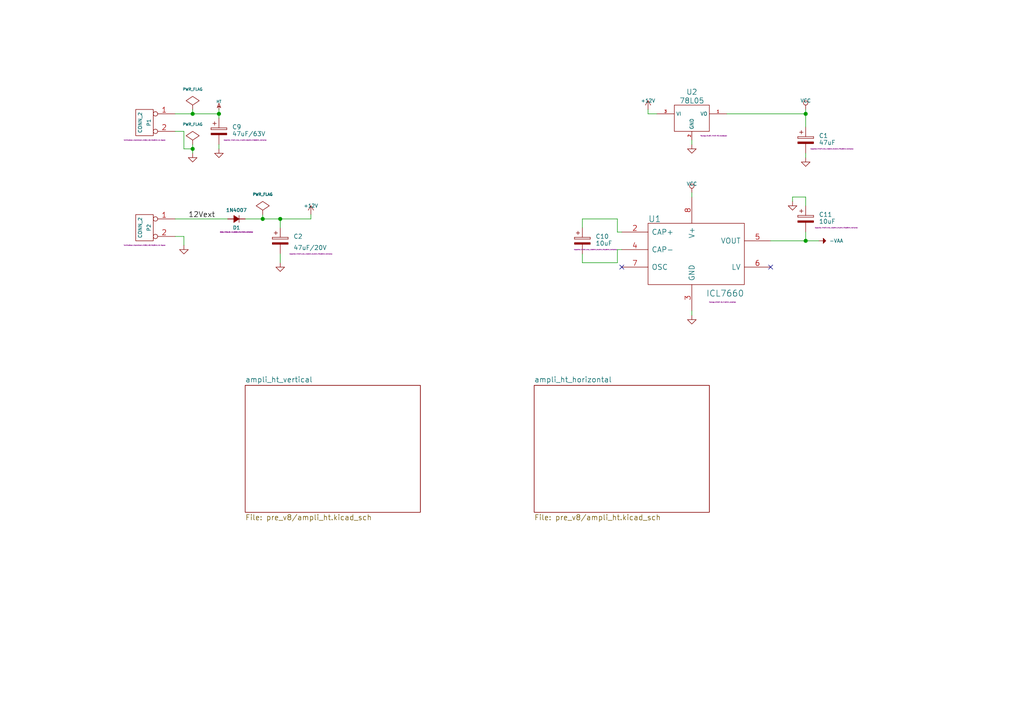
<source format=kicad_sch>
(kicad_sch (version 20250114) (generator "eeschema") (generator_version "9.0")
  (paper "A4")
  (title_block (title "Complex hierarchy: demo") (date "2017-01-15"))
  (lib_symbols
    (symbol "complex_hierarchy_schlib:+12V" (power) (pin_names (offset 0))
      (property "Value" "+12V" (at 0 3.556 0))
      (symbol "+12V_0_1"
        (polyline (pts (xy -0.762 1.27) (xy 0 2.54)))
        (polyline (pts (xy 0 2.54) (xy 0.762 1.27)))
        (polyline (pts (xy 0 0) (xy 0 2.54)))
      )
      (symbol "+12V_1_1"
        (pin power_in line (at 0 0 90) (length 0) (hide yes) (name "+12V") (number "1"))
      )
    )
    (symbol "complex_hierarchy_schlib:-VAA" (power) (pin_names (offset 0))
      (property "Value" "-VAA" (at 0 2.54 0))
      (symbol "-VAA_0_0"
        (pin power_in line (at 0 0 90) (length 0) (hide yes) (name "-VAA") (number "1"))
      )
      (symbol "-VAA_0_1"
        (polyline (pts (xy 0 2.032) (xy 0.762 1.27) (xy -0.508 1.27) (xy -0.762 1.27) (xy 0 2.032) (xy 0 2.032) (xy 0 2.032)) (fill (type outline)))
        (polyline (pts (xy 0 0) (xy 0 1.27) (xy 0 1.27)))
      )
    )
    (symbol "complex_hierarchy_schlib:7805"
      (property "Reference" "U" (at 3.81 -4.9784 0))
      (property "Value" "7805" (at 0 5.08 0))
      (symbol "7805_0_1"
        (rectangle (start -5.08 -3.81) (end 5.08 3.81))
      )
      (symbol "7805_1_1"
        (pin input line (at -10.16 1.27 0) (length 5.08) (name "VI") (number "3"))
        (pin input line (at 0 -6.35 90) (length 2.54) (name "GND") (number "2"))
        (pin power_out line (at 10.16 1.27 180) (length 5.08) (name "VO") (number "1"))
      )
    )
    (symbol "complex_hierarchy_schlib:CONN_2" (pin_names (offset 1.016) (hide yes))
      (property "Reference" "P" (at -1.27 0 90))
      (property "Value" "CONN_2" (at 1.27 0 90))
      (symbol "CONN_2_0_1"
        (rectangle (start -2.54 3.81) (end 2.54 -3.81))
      )
      (symbol "CONN_2_1_1"
        (pin passive inverted (at -8.89 2.54 0) (length 6.35) (name "P1") (number "1"))
        (pin passive inverted (at -8.89 -2.54 0) (length 6.35) (name "PM") (number "2"))
      )
    )
    (symbol "complex_hierarchy_schlib:CP" (pin_numbers (hide yes)) (pin_names (offset 0.254))
      (property "Reference" "C" (at 0.635 2.54 0))
      (property "Value" "CP" (at 0.635 -2.54 0))
      (symbol "CP_0_1"
        (rectangle (start -2.286 0.508) (end -2.286 1.016))
        (rectangle (start -2.286 0.508) (end 2.286 0.508))
        (rectangle (start -1.778 2.286) (end -0.762 2.286))
        (rectangle (start -1.27 1.778) (end -1.27 2.794))
        (rectangle (start 2.286 1.016) (end -2.286 1.016))
        (rectangle (start 2.286 1.016) (end 2.286 0.508))
        (rectangle (start 2.286 -0.508) (end -2.286 -1.016) (fill (type outline)))
      )
      (symbol "CP_1_1"
        (pin passive line (at 0 3.81 270) (length 2.794) (name "~") (number "1"))
        (pin passive line (at 0 -3.81 90) (length 2.794) (name "~") (number "2"))
      )
    )
    (symbol "complex_hierarchy_schlib:D_Small" (pin_numbers (hide yes)) (pin_names (offset 0.254) (hide yes))
      (property "Reference" "D" (at -1.27 2.032 0))
      (property "Value" "D_Small" (at -3.81 -2.032 0))
      (symbol "D_Small_0_1"
        (polyline (pts (xy -0.762 -1.016) (xy -0.762 1.016)))
        (polyline (pts (xy 0.762 -1.016) (xy -0.762 0) (xy 0.762 1.016) (xy 0.762 -1.016)) (fill (type outline)))
      )
      (symbol "D_Small_1_1"
        (pin passive line (at -2.54 0 0) (length 1.778) (name "K") (number "1"))
        (pin passive line (at 2.54 0 180) (length 1.778) (name "A") (number "2"))
      )
    )
    (symbol "complex_hierarchy_schlib:GND" (power) (pin_names (offset 0))
      (property "Value" "GND" (at 0 -3.1242 0))
      (symbol "GND_0_1"
        (polyline (pts (xy 0 0) (xy 0 -1.27) (xy 1.27 -1.27) (xy 0 -2.54) (xy -1.27 -1.27) (xy 0 -1.27)))
      )
      (symbol "GND_1_1"
        (pin power_in line (at 0 0 270) (length 0) (hide yes) (name "GND") (number "1"))
      )
    )
    (symbol "complex_hierarchy_schlib:HT" (power) (pin_names (offset 0))
      (property "Value" "HT" (at 0 2.286 0))
      (symbol "HT_0_0"
        (pin power_in line (at 0 0 90) (length 0) (hide yes) (name "HT") (number "1"))
      )
      (symbol "HT_0_1"
        (polyline (pts (xy 0 1.016) (xy 0.508 0.508) (xy 0 1.778) (xy -0.508 0.508) (xy 0 1.016) (xy 0 1.016)))
        (polyline (pts (xy 0 0) (xy 0 1.016) (xy 0 1.016)))
      )
    )
    (symbol "complex_hierarchy_schlib:ICL7660" (pin_names (offset 1.016))
      (property "Reference" "U" (at 5.08 10.16 0))
      (property "Value" "ICL7660" (at 1.27 -11.43 0))
      (symbol "ICL7660_0_1"
        (rectangle (start -13.97 -8.89) (end 13.97 8.89))
      )
      (symbol "ICL7660_1_1"
        (pin input line (at -21.59 6.35 0) (length 7.62) (name "CAP+") (number "2"))
        (pin input line (at -21.59 1.27 0) (length 7.62) (name "CAP-") (number "4"))
        (pin input line (at -21.59 -3.81 0) (length 7.62) (name "OSC") (number "7"))
        (pin power_in line (at -1.27 16.51 270) (length 7.62) (name "V+") (number "8"))
        (pin power_in line (at -1.27 -16.51 90) (length 7.62) (name "GND") (number "3"))
        (pin power_out line (at 21.59 3.81 180) (length 7.62) (name "VOUT") (number "5"))
        (pin input line (at 21.59 -3.81 180) (length 7.62) (name "LV") (number "6"))
      )
    )
    (symbol "complex_hierarchy_schlib:PWR_FLAG" (power) (pin_numbers (hide yes)) (pin_names (offset 0) (hide yes))
      (property "Value" "PWR_FLAG" (at 0 4.572 0))
      (symbol "PWR_FLAG_0_0"
        (pin power_out line (at 0 0 90) (length 0) (name "pwr") (number "1"))
      )
      (symbol "PWR_FLAG_0_1"
        (polyline (pts (xy 0 0) (xy 0 1.27) (xy -1.905 2.54) (xy 0 3.81) (xy 1.905 2.54) (xy 0 1.27)))
      )
    )
    (symbol "complex_hierarchy_schlib:VCC" (power) (pin_names (offset 0))
      (property "Value" "VCC" (at 0 3.81 0))
      (symbol "VCC_0_1"
        (circle (center 0 1.905) (radius 0.635))
        (polyline (pts (xy 0 0) (xy 0 1.27)))
      )
      (symbol "VCC_1_1"
        (pin power_in line (at 0 0 90) (length 0) (hide yes) (name "VCC") (number "1"))
      )
    )
  )
  (junction (at 55.88 33.02) (diameter 1.016))
  (junction (at 81.28 63.5) (diameter 1.016))
  (junction (at 233.68 33.02) (diameter 1.016))
  (junction (at 233.68 69.85) (diameter 1.016))
  (junction (at 55.88 43.18) (diameter 1.016))
  (junction (at 63.5 33.02) (diameter 1.016))
  (junction (at 76.2 63.5) (diameter 1.016))
  (no_connect (at 223.52 77.47))
  (no_connect (at 180.34 77.47))
  (wire (pts (xy 229.87 58.42) (xy 229.87 57.15)))
  (wire (pts (xy 223.52 69.85) (xy 233.68 69.85)))
  (wire (pts (xy 233.68 59.69) (xy 233.68 57.15)))
  (wire (pts (xy 168.91 66.04) (xy 168.91 63.5)))
  (wire (pts (xy 233.68 67.31) (xy 233.68 69.85)))
  (wire (pts (xy 76.2 63.5) (xy 76.2 62.23)))
  (wire (pts (xy 53.34 68.58) (xy 50.8 68.58)))
  (wire (pts (xy 179.07 72.39) (xy 180.34 72.39)))
  (wire (pts (xy 53.34 38.1) (xy 53.34 43.18)))
  (wire (pts (xy 168.91 63.5) (xy 179.07 63.5)))
  (wire (pts (xy 90.17 62.23) (xy 90.17 63.5)))
  (wire (pts (xy 81.28 73.66) (xy 81.28 76.2)))
  (wire (pts (xy 71.12 63.5) (xy 76.2 63.5)))
  (wire (pts (xy 187.96 33.02) (xy 190.5 33.02)))
  (wire (pts (xy 63.5 33.02) (xy 63.5 34.29)))
  (wire (pts (xy 179.07 67.31) (xy 180.34 67.31)))
  (wire (pts (xy 168.91 73.66) (xy 168.91 76.2)))
  (wire (pts (xy 50.8 38.1) (xy 53.34 38.1)))
  (wire (pts (xy 179.07 76.2) (xy 179.07 72.39)))
  (wire (pts (xy 53.34 43.18) (xy 55.88 43.18)))
  (wire (pts (xy 179.07 63.5) (xy 179.07 67.31)))
  (wire (pts (xy 233.68 44.45) (xy 233.68 45.72)))
  (wire (pts (xy 55.88 41.91) (xy 55.88 43.18)))
  (wire (pts (xy 200.66 55.88) (xy 200.66 57.15)))
  (wire (pts (xy 50.8 63.5) (xy 66.04 63.5)))
  (wire (pts (xy 55.88 31.75) (xy 55.88 33.02)))
  (wire (pts (xy 233.68 69.85) (xy 237.49 69.85)))
  (wire (pts (xy 76.2 63.5) (xy 81.28 63.5)))
  (wire (pts (xy 81.28 63.5) (xy 81.28 66.04)))
  (wire (pts (xy 81.28 63.5) (xy 90.17 63.5)))
  (wire (pts (xy 229.87 57.15) (xy 233.68 57.15)))
  (wire (pts (xy 63.5 41.91) (xy 63.5 43.18)))
  (wire (pts (xy 55.88 43.18) (xy 55.88 44.45)))
  (wire (pts (xy 55.88 33.02) (xy 63.5 33.02)))
  (wire (pts (xy 168.91 76.2) (xy 179.07 76.2)))
  (wire (pts (xy 200.66 91.44) (xy 200.66 90.17)))
  (wire (pts (xy 200.66 41.91) (xy 200.66 40.64)))
  (wire (pts (xy 210.82 33.02) (xy 233.68 33.02)))
  (wire (pts (xy 50.8 33.02) (xy 55.88 33.02)))
  (wire (pts (xy 187.96 31.75) (xy 187.96 33.02)))
  (wire (pts (xy 63.5 31.75) (xy 63.5 33.02)))
  (wire (pts (xy 233.68 33.02) (xy 233.68 36.83)))
  (wire (pts (xy 53.34 71.12) (xy 53.34 68.58)))
  (wire (pts (xy 233.68 31.75) (xy 233.68 33.02)))
  (label "12Vext" (at 54.61 63.5 0) (effects (font (size 1.524 1.524))))
  (symbol (lib_id "complex_hierarchy_schlib:CONN_2") (at 41.91 66.04 0) (mirror y) (unit 1)
    (property "Reference" "P2" (at 43.18 66.04 90) (effects (font (size 1.016 1.016))))
    (property "Value" "CONN_2" (at 40.64 66.04 90) (effects (font (size 1.016 1.016))))
    (property "Footprint" "TerminalBlock_Altech:Altech_AK300_1x02_P5.00mm_45-Degree" (at 41.91 71.12 0) (effects (font (size 0.254 0.254))))
  )
  (symbol (lib_id "complex_hierarchy_schlib:GND") (at 53.34 71.12 0) (unit 1)
    (property "Reference" "#PWR018" (effects (hide yes)))
    (property "Value" "GND" (effects (hide yes)))
  )
  (symbol (lib_id "complex_hierarchy_schlib:D_Small") (at 68.58 63.5 0) (mirror y) (unit 1)
    (property "Reference" "D1" (at 68.58 66.04 0) (effects (font (size 1.016 1.016))))
    (property "Value" "1N4007" (at 68.58 60.96 0) (effects (font (size 1.016 1.016))))
    (property "Footprint" "Diode_THT:D_DO-41_SOD81_P12.70mm_Horizontal" (at 68.58 67.31 0) (effects (font (size 0.254 0.254))))
  )
  (symbol (lib_id "complex_hierarchy_schlib:CP") (at 81.28 69.85 0) (unit 1)
    (property "Reference" "C2" (at 85.09 68.58 0) (effects (justify left)))
    (property "Value" "47uF/20V" (at 85.09 71.12 0) (effects (justify left top)))
    (property "Footprint" "Capacitor_THT:CP_Axial_L10.0mm_D4.5mm_P15.00mm_Horizontal" (at 90.17 73.66 0) (effects (font (size 0.254 0.254))))
  )
  (symbol (lib_id "complex_hierarchy_schlib:GND") (at 81.28 76.2 0) (unit 1)
    (property "Reference" "#PWR017" (effects (hide yes)))
    (property "Value" "GND" (effects (hide yes)))
  )
  (symbol (lib_id "complex_hierarchy_schlib:+12V") (at 90.17 62.23 0) (unit 1)
    (property "Reference" "#U016" (effects (hide yes)))
    (property "Value" "+12V" (at 90.17 59.69 0) (effects (font (size 1.016 1.016))))
  )
  (symbol (lib_id "complex_hierarchy_schlib:PWR_FLAG") (at 55.88 41.91 0) (unit 1)
    (property "Reference" "#U015" (effects (hide yes)))
    (property "Value" "PWR_FLAG" (at 55.88 36.068 0) (effects (font (size 0.762 0.762))))
  )
  (symbol (lib_id "complex_hierarchy_schlib:PWR_FLAG") (at 76.2 62.23 0) (unit 1)
    (property "Reference" "#U013" (effects (hide yes)))
    (property "Value" "PWR_FLAG" (at 76.2 56.388 0) (effects (font (size 0.762 0.762))))
  )
  (symbol (lib_id "complex_hierarchy_schlib:PWR_FLAG") (at 55.88 31.75 0) (unit 1)
    (property "Reference" "#U012" (effects (hide yes)))
    (property "Value" "PWR_FLAG" (at 55.88 25.908 0) (effects (font (size 0.762 0.762))))
  )
  (symbol (lib_id "complex_hierarchy_schlib:GND") (at 200.66 41.91 0) (unit 1)
    (property "Reference" "#PWR010" (effects (hide yes)))
    (property "Value" "GND" (effects (hide yes)))
  )
  (symbol (lib_id "complex_hierarchy_schlib:GND") (at 233.68 45.72 0) (unit 1)
    (property "Reference" "#PWR09" (effects (hide yes)))
    (property "Value" "GND" (effects (hide yes)))
  )
  (symbol (lib_id "complex_hierarchy_schlib:CP") (at 233.68 40.64 0) (unit 1)
    (property "Reference" "C1" (at 237.49 39.37 0) (effects (justify left)))
    (property "Value" "47uF" (at 237.49 40.64 0) (effects (justify left top)))
    (property "Footprint" "Capacitor_THT:CP_Axial_L10.0mm_D4.5mm_P15.00mm_Horizontal" (at 241.3 43.18 0) (effects (font (size 0.254 0.254))))
  )
  (symbol (lib_id "complex_hierarchy_schlib:HT") (at 63.5 31.75 0) (unit 1)
    (property "Reference" "#PWR08" (effects (hide yes)))
    (property "Value" "HT" (at 63.5 29.464 0) (effects (font (size 0.762 0.762))))
  )
  (symbol (lib_id "complex_hierarchy_schlib:CONN_2") (at 41.91 35.56 0) (mirror y) (unit 1)
    (property "Reference" "P1" (at 43.18 35.56 90) (effects (font (size 1.016 1.016))))
    (property "Value" "CONN_2" (at 40.64 35.56 90) (effects (font (size 1.016 1.016))))
    (property "Footprint" "TerminalBlock_Altech:Altech_AK300_1x02_P5.00mm_45-Degree" (at 41.91 40.64 0) (effects (font (size 0.254 0.254))))
  )
  (symbol (lib_id "complex_hierarchy_schlib:GND") (at 55.88 44.45 0) (unit 1)
    (property "Reference" "#PWR07" (effects (hide yes)))
    (property "Value" "GND" (effects (hide yes)))
  )
  (symbol (lib_id "complex_hierarchy_schlib:GND") (at 63.5 43.18 0) (unit 1)
    (property "Reference" "#PWR06" (effects (hide yes)))
    (property "Value" "GND" (effects (hide yes)))
  )
  (symbol (lib_id "complex_hierarchy_schlib:CP") (at 63.5 38.1 0) (unit 1)
    (property "Reference" "C9" (at 67.31 36.83 0) (effects (justify left)))
    (property "Value" "47uF/63V" (at 67.31 38.1 0) (effects (justify left top)))
    (property "Footprint" "Capacitor_THT:CP_Axial_L11.0mm_D6.0mm_P18.00mm_Horizontal" (at 71.12 40.64 0) (effects (font (size 0.254 0.254))))
  )
  (symbol (lib_id "complex_hierarchy_schlib:ICL7660") (at 201.93 73.66 0) (unit 1)
    (property "Reference" "U1" (at 187.96 63.5 0) (effects (font (size 1.778 1.778)) (justify left)))
    (property "Value" "ICL7660" (at 215.9 85.09 0) (effects (font (size 1.778 1.778)) (justify right)))
    (property "Footprint" "Package_DIP:DIP-8_W7.62mm_LongPads" (at 209.55 87.63 0) (effects (font (size 0.254 0.254))))
  )
  (symbol (lib_id "complex_hierarchy_schlib:GND") (at 200.66 91.44 0) (unit 1)
    (property "Reference" "#PWR05" (effects (hide yes)))
    (property "Value" "GND" (effects (hide yes)))
  )
  (symbol (lib_id "complex_hierarchy_schlib:VCC") (at 233.68 31.75 0) (unit 1)
    (property "Reference" "#PWR04" (effects (hide yes)))
    (property "Value" "VCC" (at 233.68 29.21 0) (effects (font (size 1.016 1.016))))
  )
  (symbol (lib_id "complex_hierarchy_schlib:VCC") (at 200.66 55.88 0) (unit 1)
    (property "Reference" "#PWR03" (effects (hide yes)))
    (property "Value" "VCC" (at 200.66 53.34 0) (effects (font (size 1.016 1.016))))
  )
  (symbol (lib_id "complex_hierarchy_schlib:7805") (at 200.66 34.29 0) (unit 1)
    (property "Reference" "U2" (at 200.66 26.67 0) (effects (font (size 1.524 1.524))))
    (property "Value" "78L05" (at 200.66 29.21 0) (effects (font (size 1.524 1.524))))
    (property "Footprint" "Package_TO_SOT_THT:TO-92_HandSolder" (at 207.01 39.37 0) (effects (font (size 0.254 0.254))))
  )
  (symbol (lib_id "complex_hierarchy_schlib:-VAA") (at 237.49 69.85 270) (unit 1)
    (property "Reference" "#PWR02" (effects (hide yes)))
    (property "Value" "-VAA" (at 242.57 69.85 90) (effects (font (size 1.016 1.016))))
  )
  (symbol (lib_id "complex_hierarchy_schlib:CP") (at 233.68 63.5 0) (unit 1)
    (property "Reference" "C11" (at 237.49 62.23 0) (effects (justify left)))
    (property "Value" "10uF" (at 237.49 63.5 0) (effects (justify left top)))
    (property "Footprint" "Capacitor_THT:CP_Axial_L10.0mm_D4.5mm_P15.00mm_Horizontal" (at 242.57 66.04 0) (effects (font (size 0.254 0.254))))
  )
  (symbol (lib_id "complex_hierarchy_schlib:GND") (at 229.87 58.42 0) (unit 1)
    (property "Reference" "#PWR01" (effects (hide yes)))
    (property "Value" "GND" (effects (hide yes)))
  )
  (symbol (lib_id "complex_hierarchy_schlib:CP") (at 168.91 69.85 0) (unit 1)
    (property "Reference" "C10" (at 172.72 68.58 0) (effects (justify left)))
    (property "Value" "10uF" (at 172.72 69.85 0) (effects (justify left top)))
    (property "Footprint" "Capacitor_THT:CP_Axial_L10.0mm_D4.5mm_P15.00mm_Horizontal" (at 172.72 72.39 0) (effects (font (size 0.254 0.254))))
  )
  (symbol (lib_id "complex_hierarchy_schlib:+12V") (at 187.96 31.75 0) (unit 1)
    (property "Reference" "#U0101" (effects (hide yes)))
    (property "Value" "+12V" (at 187.96 29.21 0) (effects (font (size 1.016 1.016))))
  )
  (sheet (at 71.12 111.76) (size 50.8 36.83)
    (property "Sheetname" "ampli_ht_vertical" (at 71.12 110.9975 0) (effects (font (size 1.524 1.524)) (justify left bottom)))
    (property "Sheetfile" "pre_v8/ampli_ht.kicad_sch" (at 71.12 149.2001 0) (effects (font (size 1.524 1.524)) (justify left top)))
  )
  (sheet (at 154.94 111.76) (size 50.8 36.83)
    (property "Sheetname" "ampli_ht_horizontal" (at 154.94 110.9975 0) (effects (font (size 1.524 1.524)) (justify left bottom)))
    (property "Sheetfile" "pre_v8/ampli_ht.kicad_sch" (at 154.94 149.2001 0) (effects (font (size 1.524 1.524)) (justify left top)))
  )
)
</source>
